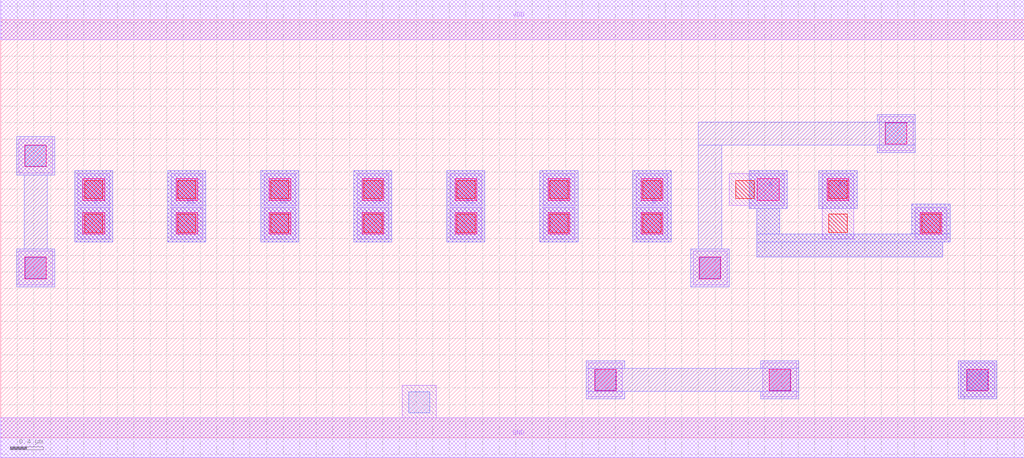
<source format=lef>
MACRO AOAAOI2124
 CLASS CORE ;
 FOREIGN AOAAOI2124 0 0 ;
 SIZE 12.32 BY 5.04 ;
 ORIGIN 0 0 ;
 SYMMETRY X Y R90 ;
 SITE unit ;
  PIN VDD
   DIRECTION INOUT ;
   USE POWER ;
   SHAPE ABUTMENT ;
    PORT
     CLASS CORE ;
       LAYER met1 ;
        RECT 0.00000000 4.80000000 12.32000000 5.28000000 ;
    END
  END VDD

  PIN GND
   DIRECTION INOUT ;
   USE POWER ;
   SHAPE ABUTMENT ;
    PORT
     CLASS CORE ;
       LAYER met1 ;
        RECT 0.00000000 -0.24000000 12.32000000 0.24000000 ;
    END
  END GND

  PIN Y
   DIRECTION INOUT ;
   USE SIGNAL ;
   SHAPE ABUTMENT ;
    PORT
     CLASS CORE ;
       LAYER met2 ;
        RECT 11.53000000 0.46700000 11.99000000 0.92700000 ;
    END
  END Y

  PIN C1
   DIRECTION INOUT ;
   USE SIGNAL ;
   SHAPE ABUTMENT ;
    PORT
     CLASS CORE ;
       LAYER met2 ;
        RECT 5.37000000 2.35700000 5.83000000 3.22200000 ;
    END
  END C1

  PIN D1
   DIRECTION INOUT ;
   USE SIGNAL ;
   SHAPE ABUTMENT ;
    PORT
     CLASS CORE ;
       LAYER met2 ;
        RECT 2.01000000 2.35700000 2.47000000 3.22200000 ;
    END
  END D1

  PIN D2
   DIRECTION INOUT ;
   USE SIGNAL ;
   SHAPE ABUTMENT ;
    PORT
     CLASS CORE ;
       LAYER met2 ;
        RECT 3.13000000 2.35700000 3.59000000 3.22200000 ;
    END
  END D2

  PIN D
   DIRECTION INOUT ;
   USE SIGNAL ;
   SHAPE ABUTMENT ;
    PORT
     CLASS CORE ;
       LAYER met2 ;
        RECT 0.89000000 2.35700000 1.35000000 3.22200000 ;
    END
  END D

  PIN D3
   DIRECTION INOUT ;
   USE SIGNAL ;
   SHAPE ABUTMENT ;
    PORT
     CLASS CORE ;
       LAYER met2 ;
        RECT 4.25000000 2.35700000 4.71000000 3.22200000 ;
    END
  END D3

  PIN C
   DIRECTION INOUT ;
   USE SIGNAL ;
   SHAPE ABUTMENT ;
    PORT
     CLASS CORE ;
       LAYER met2 ;
        RECT 6.49000000 2.35700000 6.95000000 3.22200000 ;
    END
  END C

  PIN A
   DIRECTION INOUT ;
   USE SIGNAL ;
   SHAPE ABUTMENT ;
    PORT
     CLASS CORE ;
       LAYER met2 ;
        RECT 9.10000000 2.17700000 11.34000000 2.35700000 ;
        RECT 9.10000000 2.35700000 11.43000000 2.45700000 ;
        RECT 9.10000000 2.45700000 9.38000000 2.76200000 ;
        RECT 10.97000000 2.45700000 11.43000000 2.81700000 ;
        RECT 9.01000000 2.76200000 9.47000000 3.22200000 ;
    END
  END A

  PIN A1
   DIRECTION INOUT ;
   USE SIGNAL ;
   SHAPE ABUTMENT ;
    PORT
     CLASS CORE ;
       LAYER met2 ;
        RECT 9.85000000 2.76200000 10.31000000 3.22200000 ;
    END
  END A1

  PIN B
   DIRECTION INOUT ;
   USE SIGNAL ;
   SHAPE ABUTMENT ;
    PORT
     CLASS CORE ;
       LAYER met2 ;
        RECT 7.61000000 2.35700000 8.07000000 3.22200000 ;
    END
  END B

 OBS
    LAYER polycont ;
     RECT 1.01000000 2.47700000 1.23000000 2.69700000 ;
     RECT 2.13000000 2.47700000 2.35000000 2.69700000 ;
     RECT 3.25000000 2.47700000 3.47000000 2.69700000 ;
     RECT 4.37000000 2.47700000 4.59000000 2.69700000 ;
     RECT 5.49000000 2.47700000 5.71000000 2.69700000 ;
     RECT 6.61000000 2.47700000 6.83000000 2.69700000 ;
     RECT 7.73000000 2.47700000 7.95000000 2.69700000 ;
     RECT 9.97000000 2.47700000 10.19000000 2.69700000 ;
     RECT 11.09000000 2.47700000 11.31000000 2.69700000 ;
     RECT 1.01000000 2.88200000 1.23000000 3.10200000 ;
     RECT 2.13000000 2.88200000 2.35000000 3.10200000 ;
     RECT 3.25000000 2.88200000 3.47000000 3.10200000 ;
     RECT 4.37000000 2.88200000 4.59000000 3.10200000 ;
     RECT 5.49000000 2.88200000 5.71000000 3.10200000 ;
     RECT 6.61000000 2.88200000 6.83000000 3.10200000 ;
     RECT 7.73000000 2.88200000 7.95000000 3.10200000 ;
     RECT 8.85000000 2.88200000 9.07000000 3.10200000 ;
     RECT 9.97000000 2.88200000 10.19000000 3.10200000 ;

    LAYER pdiffc ;
     RECT 0.29500000 3.27200000 0.54500000 3.52200000 ;
     RECT 10.65500000 3.54200000 10.90500000 3.79200000 ;

    LAYER ndiffc ;
     RECT 4.91500000 0.30200000 5.16500000 0.55200000 ;
     RECT 7.15500000 0.57200000 7.40500000 0.82200000 ;
     RECT 9.25500000 0.57200000 9.50500000 0.82200000 ;
     RECT 11.63500000 0.57200000 11.88500000 0.82200000 ;
     RECT 0.29500000 1.92200000 0.54500000 2.17200000 ;
     RECT 8.41500000 1.92200000 8.66500000 2.17200000 ;

    LAYER met1 ;
     RECT 0.00000000 -0.24000000 12.32000000 0.24000000 ;
     RECT 4.83500000 0.24000000 5.24500000 0.63200000 ;
     RECT 7.07500000 0.49200000 7.48500000 0.90200000 ;
     RECT 9.17500000 0.49200000 9.58500000 0.90200000 ;
     RECT 11.55500000 0.49200000 11.96500000 0.90200000 ;
     RECT 0.21500000 1.84200000 0.62500000 2.25200000 ;
     RECT 8.33500000 1.84200000 8.74500000 2.25200000 ;
     RECT 0.93000000 2.39700000 1.31000000 2.77700000 ;
     RECT 2.05000000 2.39700000 2.43000000 2.77700000 ;
     RECT 3.17000000 2.39700000 3.55000000 2.77700000 ;
     RECT 4.29000000 2.39700000 4.67000000 2.77700000 ;
     RECT 5.41000000 2.39700000 5.79000000 2.77700000 ;
     RECT 6.53000000 2.39700000 6.91000000 2.77700000 ;
     RECT 7.65000000 2.39700000 8.03000000 2.77700000 ;
     RECT 11.01000000 2.39700000 11.39000000 2.77700000 ;
     RECT 0.93000000 2.80200000 1.31000000 3.18200000 ;
     RECT 2.05000000 2.80200000 2.43000000 3.18200000 ;
     RECT 3.17000000 2.80200000 3.55000000 3.18200000 ;
     RECT 4.29000000 2.80200000 4.67000000 3.18200000 ;
     RECT 5.41000000 2.80200000 5.79000000 3.18200000 ;
     RECT 6.53000000 2.80200000 6.91000000 3.18200000 ;
     RECT 7.65000000 2.80200000 8.03000000 3.18200000 ;
     RECT 8.77000000 2.80200000 9.43000000 3.18200000 ;
     RECT 9.89000000 2.39700000 10.27000000 3.18200000 ;
     RECT 0.21500000 3.19200000 0.62500000 3.60200000 ;
     RECT 10.57500000 3.46200000 10.98500000 3.87200000 ;
     RECT 0.00000000 4.80000000 12.32000000 5.28000000 ;

    LAYER via1 ;
     RECT 7.15000000 0.56700000 7.41000000 0.82700000 ;
     RECT 9.25000000 0.56700000 9.51000000 0.82700000 ;
     RECT 11.63000000 0.56700000 11.89000000 0.82700000 ;
     RECT 0.29000000 1.91700000 0.55000000 2.17700000 ;
     RECT 8.41000000 1.91700000 8.67000000 2.17700000 ;
     RECT 0.99000000 2.45700000 1.25000000 2.71700000 ;
     RECT 2.11000000 2.45700000 2.37000000 2.71700000 ;
     RECT 3.23000000 2.45700000 3.49000000 2.71700000 ;
     RECT 4.35000000 2.45700000 4.61000000 2.71700000 ;
     RECT 5.47000000 2.45700000 5.73000000 2.71700000 ;
     RECT 6.59000000 2.45700000 6.85000000 2.71700000 ;
     RECT 7.71000000 2.45700000 7.97000000 2.71700000 ;
     RECT 11.07000000 2.45700000 11.33000000 2.71700000 ;
     RECT 0.99000000 2.86200000 1.25000000 3.12200000 ;
     RECT 2.11000000 2.86200000 2.37000000 3.12200000 ;
     RECT 3.23000000 2.86200000 3.49000000 3.12200000 ;
     RECT 4.35000000 2.86200000 4.61000000 3.12200000 ;
     RECT 5.47000000 2.86200000 5.73000000 3.12200000 ;
     RECT 6.59000000 2.86200000 6.85000000 3.12200000 ;
     RECT 7.71000000 2.86200000 7.97000000 3.12200000 ;
     RECT 9.11000000 2.86200000 9.37000000 3.12200000 ;
     RECT 9.95000000 2.86200000 10.21000000 3.12200000 ;
     RECT 0.29000000 3.26700000 0.55000000 3.52700000 ;
     RECT 10.65000000 3.53700000 10.91000000 3.79700000 ;

    LAYER met2 ;
     RECT 7.05000000 0.46700000 7.51000000 0.55700000 ;
     RECT 9.15000000 0.46700000 9.61000000 0.55700000 ;
     RECT 7.05000000 0.55700000 9.61000000 0.83700000 ;
     RECT 7.05000000 0.83700000 7.51000000 0.92700000 ;
     RECT 9.15000000 0.83700000 9.61000000 0.92700000 ;
     RECT 11.53000000 0.46700000 11.99000000 0.92700000 ;
     RECT 0.89000000 2.35700000 1.35000000 3.22200000 ;
     RECT 2.01000000 2.35700000 2.47000000 3.22200000 ;
     RECT 3.13000000 2.35700000 3.59000000 3.22200000 ;
     RECT 4.25000000 2.35700000 4.71000000 3.22200000 ;
     RECT 5.37000000 2.35700000 5.83000000 3.22200000 ;
     RECT 6.49000000 2.35700000 6.95000000 3.22200000 ;
     RECT 7.61000000 2.35700000 8.07000000 3.22200000 ;
     RECT 9.10000000 2.17700000 11.34000000 2.35700000 ;
     RECT 9.10000000 2.35700000 11.43000000 2.45700000 ;
     RECT 9.10000000 2.45700000 9.38000000 2.76200000 ;
     RECT 10.97000000 2.45700000 11.43000000 2.81700000 ;
     RECT 9.01000000 2.76200000 9.47000000 3.22200000 ;
     RECT 9.85000000 2.76200000 10.31000000 3.22200000 ;
     RECT 0.19000000 1.81700000 0.65000000 2.27700000 ;
     RECT 0.28000000 2.27700000 0.56000000 3.16700000 ;
     RECT 0.19000000 3.16700000 0.65000000 3.62700000 ;
     RECT 8.31000000 1.81700000 8.77000000 2.27700000 ;
     RECT 8.40000000 2.27700000 8.68000000 3.52700000 ;
     RECT 10.55000000 3.43700000 11.01000000 3.52700000 ;
     RECT 8.40000000 3.52700000 11.01000000 3.80700000 ;
     RECT 10.55000000 3.80700000 11.01000000 3.89700000 ;

 END
END AOAAOI2124

</source>
